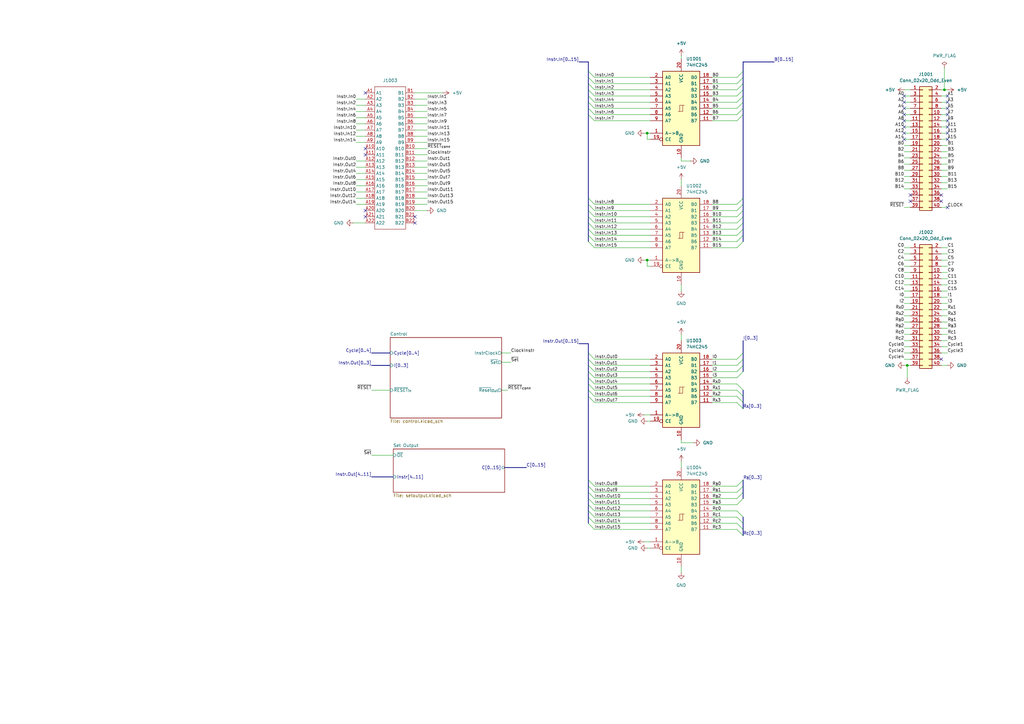
<source format=kicad_sch>
(kicad_sch (version 20231120) (generator "eeschema") (generator_version "8.0")
  (paper "A3")
  (lib_symbols
    (symbol "74xx:74HC245" (pin_names (offset 1.016))
      (property "Reference" "U" (at -7.62 16.51 0))
      (property "Value" "74HC245" (at -7.62 -16.51 0))
      (symbol "74HC245_1_0"
        (polyline (pts (xy -0.635 -1.27) (xy -0.635 1.27) (xy 0.635 1.27)))
        (polyline (pts (xy -1.27 -1.27) (xy 0.635 -1.27) (xy 0.635 1.27) (xy 1.27 1.27)))
        (pin input line (at -12.7 -10.16 0) (length 5.08) (name "A->B") (number "1"))
        (pin power_in line (at 0 -20.32 90) (length 5.08) (name "GND") (number "10"))
        (pin tri_state line (at 12.7 -5.08 180) (length 5.08) (name "B7") (number "11"))
        (pin tri_state line (at 12.7 -2.54 180) (length 5.08) (name "B6") (number "12"))
        (pin tri_state line (at 12.7 0 180) (length 5.08) (name "B5") (number "13"))
        (pin tri_state line (at 12.7 2.54 180) (length 5.08) (name "B4") (number "14"))
        (pin tri_state line (at 12.7 5.08 180) (length 5.08) (name "B3") (number "15"))
        (pin tri_state line (at 12.7 7.62 180) (length 5.08) (name "B2") (number "16"))
        (pin tri_state line (at 12.7 10.16 180) (length 5.08) (name "B1") (number "17"))
        (pin tri_state line (at 12.7 12.7 180) (length 5.08) (name "B0") (number "18"))
        (pin input inverted (at -12.7 -12.7 0) (length 5.08) (name "CE") (number "19"))
        (pin tri_state line (at -12.7 12.7 0) (length 5.08) (name "A0") (number "2"))
        (pin power_in line (at 0 20.32 270) (length 5.08) (name "VCC") (number "20"))
        (pin tri_state line (at -12.7 10.16 0) (length 5.08) (name "A1") (number "3"))
        (pin tri_state line (at -12.7 7.62 0) (length 5.08) (name "A2") (number "4"))
        (pin tri_state line (at -12.7 5.08 0) (length 5.08) (name "A3") (number "5"))
        (pin tri_state line (at -12.7 2.54 0) (length 5.08) (name "A4") (number "6"))
        (pin tri_state line (at -12.7 0 0) (length 5.08) (name "A5") (number "7"))
        (pin tri_state line (at -12.7 -2.54 0) (length 5.08) (name "A6") (number "8"))
        (pin tri_state line (at -12.7 -5.08 0) (length 5.08) (name "A7") (number "9"))
      )
      (symbol "74HC245_1_1"
        (rectangle (start -7.62 15.24) (end 7.62 -15.24) (stroke (width 0.254)) (fill (type background)))
      )
    )
    (symbol "BoardEdgeConnectors:TE-5530843-4"
      (property "Reference" "J" (at -0.254 30.988 0))
      (symbol "TE-5530843-4_0_1"
        (rectangle (start -6.35 29.21) (end 6.35 -29.21))
      )
      (symbol "TE-5530843-4_1_1"
        (pin passive line (at -10.16 26.67 0) (length 3.81) (name "A1") (number "A1"))
        (pin passive line (at -10.16 3.81 0) (length 3.81) (name "A10") (number "A10"))
        (pin passive line (at -10.16 1.27 0) (length 3.81) (name "A11") (number "A11"))
        (pin passive line (at -10.16 -1.27 0) (length 3.81) (name "A12") (number "A12"))
        (pin passive line (at -10.16 -3.81 0) (length 3.81) (name "A13") (number "A13"))
        (pin passive line (at -10.16 -6.35 0) (length 3.81) (name "A14") (number "A14"))
        (pin passive line (at -10.16 -8.89 0) (length 3.81) (name "A15") (number "A15"))
        (pin passive line (at -10.16 -11.43 0) (length 3.81) (name "A16") (number "A16"))
        (pin passive line (at -10.16 -13.97 0) (length 3.81) (name "A17") (number "A17"))
        (pin passive line (at -10.16 -16.51 0) (length 3.81) (name "A18") (number "A18"))
        (pin passive line (at -10.16 -19.05 0) (length 3.81) (name "A19") (number "A19"))
        (pin passive line (at -10.16 24.13 0) (length 3.81) (name "A2") (number "A2"))
        (pin passive line (at -10.16 -21.59 0) (length 3.81) (name "A20") (number "A20"))
        (pin passive line (at -10.16 -24.13 0) (length 3.81) (name "A21") (number "A21"))
        (pin passive line (at -10.16 -26.67 0) (length 3.81) (name "A22") (number "A22"))
        (pin passive line (at -10.16 21.59 0) (length 3.81) (name "A3") (number "A3"))
        (pin passive line (at -10.16 19.05 0) (length 3.81) (name "A4") (number "A4"))
        (pin passive line (at -10.16 16.51 0) (length 3.81) (name "A5") (number "A5"))
        (pin passive line (at -10.16 13.97 0) (length 3.81) (name "A6") (number "A6"))
        (pin passive line (at -10.16 11.43 0) (length 3.81) (name "A7") (number "A7"))
        (pin passive line (at -10.16 8.89 0) (length 3.81) (name "A8") (number "A8"))
        (pin passive line (at -10.16 6.35 0) (length 3.81) (name "A9") (number "A9"))
        (pin passive line (at 10.16 26.67 180) (length 3.81) (name "B1") (number "B1"))
        (pin passive line (at 10.16 3.81 180) (length 3.81) (name "B10") (number "B10"))
        (pin passive line (at 10.16 1.27 180) (length 3.81) (name "B11") (number "B11"))
        (pin passive line (at 10.16 -1.27 180) (length 3.81) (name "B12") (number "B12"))
        (pin passive line (at 10.16 -3.81 180) (length 3.81) (name "B13") (number "B13"))
        (pin passive line (at 10.16 -6.35 180) (length 3.81) (name "B14") (number "B14"))
        (pin passive line (at 10.16 -8.89 180) (length 3.81) (name "B15") (number "B15"))
        (pin passive line (at 10.16 -11.43 180) (length 3.81) (name "B16") (number "B16"))
        (pin passive line (at 10.16 -13.97 180) (length 3.81) (name "B17") (number "B17"))
        (pin passive line (at 10.16 -16.51 180) (length 3.81) (name "B18") (number "B18"))
        (pin passive line (at 10.16 -19.05 180) (length 3.81) (name "B19") (number "B19"))
        (pin passive line (at 10.16 24.13 180) (length 3.81) (name "B2") (number "B2"))
        (pin passive line (at 10.16 -21.59 180) (length 3.81) (name "B20") (number "B20"))
        (pin passive line (at 10.16 -24.13 180) (length 3.81) (name "B21") (number "B21"))
        (pin passive line (at 10.16 -26.67 180) (length 3.81) (name "B22") (number "B22"))
        (pin passive line (at 10.16 21.59 180) (length 3.81) (name "B3") (number "B3"))
        (pin passive line (at 10.16 19.05 180) (length 3.81) (name "B4") (number "B4"))
        (pin passive line (at 10.16 16.51 180) (length 3.81) (name "B5") (number "B5"))
        (pin passive line (at 10.16 13.97 180) (length 3.81) (name "B6") (number "B6"))
        (pin passive line (at 10.16 11.43 180) (length 3.81) (name "B7") (number "B7"))
        (pin passive line (at 10.16 8.89 180) (length 3.81) (name "B8") (number "B8"))
        (pin passive line (at 10.16 6.35 180) (length 3.81) (name "B9") (number "B9"))
      )
    )
    (symbol "Connector_Generic:Conn_02x20_Odd_Even" (pin_names (offset 1.016) hide)
      (property "Reference" "J" (at 1.27 25.4 0))
      (property "Value" "Conn_02x20_Odd_Even" (at 1.27 -27.94 0))
      (symbol "Conn_02x20_Odd_Even_1_1"
        (rectangle (start -1.27 -25.273) (end 0 -25.527) (stroke (width 0.1524)))
        (rectangle (start -1.27 -22.733) (end 0 -22.987) (stroke (width 0.1524)))
        (rectangle (start -1.27 -20.193) (end 0 -20.447) (stroke (width 0.1524)))
        (rectangle (start -1.27 -17.653) (end 0 -17.907) (stroke (width 0.1524)))
        (rectangle (start -1.27 -15.113) (end 0 -15.367) (stroke (width 0.1524)))
        (rectangle (start -1.27 -12.573) (end 0 -12.827) (stroke (width 0.1524)))
        (rectangle (start -1.27 -10.033) (end 0 -10.287) (stroke (width 0.1524)))
        (rectangle (start -1.27 -7.493) (end 0 -7.747) (stroke (width 0.1524)))
        (rectangle (start -1.27 -4.953) (end 0 -5.207) (stroke (width 0.1524)))
        (rectangle (start -1.27 -2.413) (end 0 -2.667) (stroke (width 0.1524)))
        (rectangle (start -1.27 0.127) (end 0 -0.127) (stroke (width 0.1524)))
        (rectangle (start -1.27 2.667) (end 0 2.413) (stroke (width 0.1524)))
        (rectangle (start -1.27 5.207) (end 0 4.953) (stroke (width 0.1524)))
        (rectangle (start -1.27 7.747) (end 0 7.493) (stroke (width 0.1524)))
        (rectangle (start -1.27 10.287) (end 0 10.033) (stroke (width 0.1524)))
        (rectangle (start -1.27 12.827) (end 0 12.573) (stroke (width 0.1524)))
        (rectangle (start -1.27 15.367) (end 0 15.113) (stroke (width 0.1524)))
        (rectangle (start -1.27 17.907) (end 0 17.653) (stroke (width 0.1524)))
        (rectangle (start -1.27 20.447) (end 0 20.193) (stroke (width 0.1524)))
        (rectangle (start -1.27 22.987) (end 0 22.733) (stroke (width 0.1524)))
        (rectangle (start -1.27 24.13) (end 3.81 -26.67) (stroke (width 0.254)) (fill (type background)))
        (rectangle (start 3.81 -25.273) (end 2.54 -25.527) (stroke (width 0.1524)))
        (rectangle (start 3.81 -22.733) (end 2.54 -22.987) (stroke (width 0.1524)))
        (rectangle (start 3.81 -20.193) (end 2.54 -20.447) (stroke (width 0.1524)))
        (rectangle (start 3.81 -17.653) (end 2.54 -17.907) (stroke (width 0.1524)))
        (rectangle (start 3.81 -15.113) (end 2.54 -15.367) (stroke (width 0.1524)))
        (rectangle (start 3.81 -12.573) (end 2.54 -12.827) (stroke (width 0.1524)))
        (rectangle (start 3.81 -10.033) (end 2.54 -10.287) (stroke (width 0.1524)))
        (rectangle (start 3.81 -7.493) (end 2.54 -7.747) (stroke (width 0.1524)))
        (rectangle (start 3.81 -4.953) (end 2.54 -5.207) (stroke (width 0.1524)))
        (rectangle (start 3.81 -2.413) (end 2.54 -2.667) (stroke (width 0.1524)))
        (rectangle (start 3.81 0.127) (end 2.54 -0.127) (stroke (width 0.1524)))
        (rectangle (start 3.81 2.667) (end 2.54 2.413) (stroke (width 0.1524)))
        (rectangle (start 3.81 5.207) (end 2.54 4.953) (stroke (width 0.1524)))
        (rectangle (start 3.81 7.747) (end 2.54 7.493) (stroke (width 0.1524)))
        (rectangle (start 3.81 10.287) (end 2.54 10.033) (stroke (width 0.1524)))
        (rectangle (start 3.81 12.827) (end 2.54 12.573) (stroke (width 0.1524)))
        (rectangle (start 3.81 15.367) (end 2.54 15.113) (stroke (width 0.1524)))
        (rectangle (start 3.81 17.907) (end 2.54 17.653) (stroke (width 0.1524)))
        (rectangle (start 3.81 20.447) (end 2.54 20.193) (stroke (width 0.1524)))
        (rectangle (start 3.81 22.987) (end 2.54 22.733) (stroke (width 0.1524)))
        (pin passive line (at -5.08 22.86 0) (length 3.81) (name "Pin_1") (number "1"))
        (pin passive line (at 7.62 12.7 180) (length 3.81) (name "Pin_10") (number "10"))
        (pin passive line (at -5.08 10.16 0) (length 3.81) (name "Pin_11") (number "11"))
        (pin passive line (at 7.62 10.16 180) (length 3.81) (name "Pin_12") (number "12"))
        (pin passive line (at -5.08 7.62 0) (length 3.81) (name "Pin_13") (number "13"))
        (pin passive line (at 7.62 7.62 180) (length 3.81) (name "Pin_14") (number "14"))
        (pin passive line (at -5.08 5.08 0) (length 3.81) (name "Pin_15") (number "15"))
        (pin passive line (at 7.62 5.08 180) (length 3.81) (name "Pin_16") (number "16"))
        (pin passive line (at -5.08 2.54 0) (length 3.81) (name "Pin_17") (number "17"))
        (pin passive line (at 7.62 2.54 180) (length 3.81) (name "Pin_18") (number "18"))
        (pin passive line (at -5.08 0 0) (length 3.81) (name "Pin_19") (number "19"))
        (pin passive line (at 7.62 22.86 180) (length 3.81) (name "Pin_2") (number "2"))
        (pin passive line (at 7.62 0 180) (length 3.81) (name "Pin_20") (number "20"))
        (pin passive line (at -5.08 -2.54 0) (length 3.81) (name "Pin_21") (number "21"))
        (pin passive line (at 7.62 -2.54 180) (length 3.81) (name "Pin_22") (number "22"))
        (pin passive line (at -5.08 -5.08 0) (length 3.81) (name "Pin_23") (number "23"))
        (pin passive line (at 7.62 -5.08 180) (length 3.81) (name "Pin_24") (number "24"))
        (pin passive line (at -5.08 -7.62 0) (length 3.81) (name "Pin_25") (number "25"))
        (pin passive line (at 7.62 -7.62 180) (length 3.81) (name "Pin_26") (number "26"))
        (pin passive line (at -5.08 -10.16 0) (length 3.81) (name "Pin_27") (number "27"))
        (pin passive line (at 7.62 -10.16 180) (length 3.81) (name "Pin_28") (number "28"))
        (pin passive line (at -5.08 -12.7 0) (length 3.81) (name "Pin_29") (number "29"))
        (pin passive line (at -5.08 20.32 0) (length 3.81) (name "Pin_3") (number "3"))
        (pin passive line (at 7.62 -12.7 180) (length 3.81) (name "Pin_30") (number "30"))
        (pin passive line (at -5.08 -15.24 0) (length 3.81) (name "Pin_31") (number "31"))
        (pin passive line (at 7.62 -15.24 180) (length 3.81) (name "Pin_32") (number "32"))
        (pin passive line (at -5.08 -17.78 0) (length 3.81) (name "Pin_33") (number "33"))
        (pin passive line (at 7.62 -17.78 180) (length 3.81) (name "Pin_34") (number "34"))
        (pin passive line (at -5.08 -20.32 0) (length 3.81) (name "Pin_35") (number "35"))
        (pin passive line (at 7.62 -20.32 180) (length 3.81) (name "Pin_36") (number "36"))
        (pin passive line (at -5.08 -22.86 0) (length 3.81) (name "Pin_37") (number "37"))
        (pin passive line (at 7.62 -22.86 180) (length 3.81) (name "Pin_38") (number "38"))
        (pin passive line (at -5.08 -25.4 0) (length 3.81) (name "Pin_39") (number "39"))
        (pin passive line (at 7.62 20.32 180) (length 3.81) (name "Pin_4") (number "4"))
        (pin passive line (at 7.62 -25.4 180) (length 3.81) (name "Pin_40") (number "40"))
        (pin passive line (at -5.08 17.78 0) (length 3.81) (name "Pin_5") (number "5"))
        (pin passive line (at 7.62 17.78 180) (length 3.81) (name "Pin_6") (number "6"))
        (pin passive line (at -5.08 15.24 0) (length 3.81) (name "Pin_7") (number "7"))
        (pin passive line (at 7.62 15.24 180) (length 3.81) (name "Pin_8") (number "8"))
        (pin passive line (at -5.08 12.7 0) (length 3.81) (name "Pin_9") (number "9"))
      )
    )
    (symbol "power:+5V" (power) (pin_numbers hide) (pin_names (offset 0) hide)
      (property "Value" "+5V" (at 0 3.556 0))
      (symbol "+5V_0_1"
        (polyline (pts (xy -0.762 1.27) (xy 0 2.54)))
        (polyline (pts (xy 0 0) (xy 0 2.54)))
        (polyline (pts (xy 0 2.54) (xy 0.762 1.27)))
      )
      (symbol "+5V_1_1"
        (pin power_in line (at 0 0 90) (length 0) (name "~") (number "1"))
      )
    )
    (symbol "power:GND" (power) (pin_numbers hide) (pin_names (offset 0) hide)
      (property "Value" "GND" (at 0 -3.81 0))
      (symbol "GND_0_1"
        (polyline (pts (xy 0 0) (xy 0 -1.27) (xy 1.27 -1.27) (xy 0 -2.54) (xy -1.27 -1.27) (xy 0 -1.27)))
      )
      (symbol "GND_1_1"
        (pin power_in line (at 0 0 270) (length 0) (name "~") (number "1"))
      )
    )
    (symbol "power:PWR_FLAG" (power) (pin_numbers hide) (pin_names (offset 0) hide)
      (property "Value" "PWR_FLAG" (at 0 3.81 0))
      (symbol "PWR_FLAG_0_0"
        (pin power_out line (at 0 0 90) (length 0) (name "~") (number "1"))
      )
      (symbol "PWR_FLAG_0_1"
        (polyline (pts (xy 0 0) (xy 0 1.27) (xy -1.016 1.905) (xy 0 2.54) (xy 1.016 1.905) (xy 0 1.27)))
      )
    )
  )
  (junction (at 372.11 149.86))
  (junction (at 387.35 36.83))
  (junction (at 265.43 106.68))
  (junction (at 265.43 54.61))
  (no_connect (at 388.62 41.91))
  (no_connect (at 388.62 49.53))
  (no_connect (at 370.84 54.61))
  (no_connect (at 373.38 82.55))
  (no_connect (at 170.18 91.44))
  (no_connect (at 149.86 88.9))
  (no_connect (at 388.62 54.61))
  (no_connect (at 370.84 49.53))
  (no_connect (at 370.84 46.99))
  (no_connect (at 388.62 52.07))
  (no_connect (at 370.84 39.37))
  (no_connect (at 388.62 46.99))
  (no_connect (at 373.38 80.01))
  (no_connect (at 388.62 44.45))
  (no_connect (at 370.84 57.15))
  (no_connect (at 149.86 38.1))
  (no_connect (at 370.84 41.91))
  (no_connect (at 170.18 88.9))
  (no_connect (at 386.08 147.32))
  (no_connect (at 149.86 86.36))
  (no_connect (at 370.84 44.45))
  (no_connect (at 386.08 80.01))
  (no_connect (at 388.62 57.15))
  (no_connect (at 370.84 52.07))
  (no_connect (at 149.86 60.96))
  (no_connect (at 388.62 39.37))
  (no_connect (at 149.86 63.5))
  (no_connect (at 386.08 82.55))
  (no_connect (at 388.62 85.09))
  (bus_entry (at 304.8 81.28) (size -2.54 2.54))
  (bus_entry (at 241.3 99.06) (size 2.54 2.54))
  (bus_entry (at 241.3 154.94) (size 2.54 2.54))
  (bus_entry (at 241.3 207.01) (size 2.54 2.54))
  (bus_entry (at 241.3 144.78) (size 2.54 2.54))
  (bus_entry (at 304.8 91.44) (size -2.54 2.54))
  (bus_entry (at 241.3 81.28) (size 2.54 2.54))
  (bus_entry (at 241.3 147.32) (size 2.54 2.54))
  (bus_entry (at 304.8 46.99) (size -2.54 2.54))
  (bus_entry (at 241.3 83.82) (size 2.54 2.54))
  (bus_entry (at 304.8 196.85) (size -2.54 2.54))
  (bus_entry (at 304.8 88.9) (size -2.54 2.54))
  (bus_entry (at 304.8 162.56) (size -2.54 -2.54))
  (bus_entry (at 304.8 83.82) (size -2.54 2.54))
  (bus_entry (at 304.8 29.21) (size -2.54 2.54))
  (bus_entry (at 304.8 96.52) (size -2.54 2.54))
  (bus_entry (at 241.3 29.21) (size 2.54 2.54))
  (bus_entry (at 241.3 93.98) (size 2.54 2.54))
  (bus_entry (at 241.3 196.85) (size 2.54 2.54))
  (bus_entry (at 241.3 209.55) (size 2.54 2.54))
  (bus_entry (at 241.3 149.86) (size 2.54 2.54))
  (bus_entry (at 304.8 99.06) (size -2.54 2.54))
  (bus_entry (at 304.8 36.83) (size -2.54 2.54))
  (bus_entry (at 241.3 152.4) (size 2.54 2.54))
  (bus_entry (at 304.8 86.36) (size -2.54 2.54))
  (bus_entry (at 304.8 219.71) (size -2.54 -2.54))
  (bus_entry (at 304.8 212.09) (size -2.54 -2.54))
  (bus_entry (at 241.3 44.45) (size 2.54 2.54))
  (bus_entry (at 304.8 199.39) (size -2.54 2.54))
  (bus_entry (at 304.8 167.64) (size -2.54 -2.54))
  (bus_entry (at 241.3 160.02) (size 2.54 2.54))
  (bus_entry (at 241.3 36.83) (size 2.54 2.54))
  (bus_entry (at 241.3 34.29) (size 2.54 2.54))
  (bus_entry (at 241.3 201.93) (size 2.54 2.54))
  (bus_entry (at 241.3 91.44) (size 2.54 2.54))
  (bus_entry (at 304.8 44.45) (size -2.54 2.54))
  (bus_entry (at 304.8 214.63) (size -2.54 -2.54))
  (bus_entry (at 241.3 39.37) (size 2.54 2.54))
  (bus_entry (at 241.3 214.63) (size 2.54 2.54))
  (bus_entry (at 304.8 31.75) (size -2.54 2.54))
  (bus_entry (at 304.8 204.47) (size -2.54 2.54))
  (bus_entry (at 304.8 34.29) (size -2.54 2.54))
  (bus_entry (at 241.3 199.39) (size 2.54 2.54))
  (bus_entry (at 304.8 39.37) (size -2.54 2.54))
  (bus_entry (at 304.8 41.91) (size -2.54 2.54))
  (bus_entry (at 304.8 149.86) (size -2.54 2.54))
  (bus_entry (at 241.3 46.99) (size 2.54 2.54))
  (bus_entry (at 304.8 152.4) (size -2.54 2.54))
  (bus_entry (at 304.8 147.32) (size -2.54 2.54))
  (bus_entry (at 304.8 144.78) (size -2.54 2.54))
  (bus_entry (at 304.8 93.98) (size -2.54 2.54))
  (bus_entry (at 241.3 86.36) (size 2.54 2.54))
  (bus_entry (at 304.8 160.02) (size -2.54 -2.54))
  (bus_entry (at 241.3 204.47) (size 2.54 2.54))
  (bus_entry (at 241.3 162.56) (size 2.54 2.54))
  (bus_entry (at 304.8 217.17) (size -2.54 -2.54))
  (bus_entry (at 304.8 165.1) (size -2.54 -2.54))
  (bus_entry (at 241.3 157.48) (size 2.54 2.54))
  (bus_entry (at 241.3 212.09) (size 2.54 2.54))
  (bus_entry (at 241.3 41.91) (size 2.54 2.54))
  (bus_entry (at 241.3 96.52) (size 2.54 2.54))
  (bus_entry (at 241.3 88.9) (size 2.54 2.54))
  (bus_entry (at 304.8 201.93) (size -2.54 2.54))
  (bus_entry (at 241.3 31.75) (size 2.54 2.54))
  (wire (pts (xy 370.84 85.09) (xy 373.38 85.09)))
  (wire (pts (xy 370.84 144.78) (xy 373.38 144.78)))
  (wire (pts (xy 265.43 57.15) (xy 265.43 54.61)))
  (wire (pts (xy 292.1 46.99) (xy 302.26 46.99)))
  (wire (pts (xy 146.05 71.12) (xy 149.86 71.12)))
  (bus (pts (xy 304.8 81.28) (xy 304.8 83.82)))
  (bus (pts (xy 304.8 214.63) (xy 304.8 217.17)))
  (wire (pts (xy 266.7 224.79) (xy 265.43 224.79)))
  (wire (pts (xy 243.84 212.09) (xy 266.7 212.09)))
  (bus (pts (xy 304.8 96.52) (xy 304.8 99.06)))
  (wire (pts (xy 265.43 54.61) (xy 266.7 54.61)))
  (bus (pts (xy 304.8 149.86) (xy 304.8 152.4)))
  (wire (pts (xy 292.1 83.82) (xy 302.26 83.82)))
  (wire (pts (xy 386.08 62.23) (xy 388.62 62.23)))
  (wire (pts (xy 386.08 57.15) (xy 388.62 57.15)))
  (wire (pts (xy 386.08 116.84) (xy 388.62 116.84)))
  (bus (pts (xy 241.3 212.09) (xy 241.3 214.63)))
  (bus (pts (xy 241.3 93.98) (xy 241.3 96.52)))
  (wire (pts (xy 243.84 207.01) (xy 266.7 207.01)))
  (wire (pts (xy 243.84 83.82) (xy 266.7 83.82)))
  (bus (pts (xy 237.49 140.97) (xy 241.3 140.97)))
  (wire (pts (xy 205.74 144.78) (xy 209.55 144.78)))
  (bus (pts (xy 241.3 83.82) (xy 241.3 86.36)))
  (wire (pts (xy 292.1 204.47) (xy 302.26 204.47)))
  (wire (pts (xy 372.11 149.86) (xy 372.11 154.94)))
  (wire (pts (xy 243.84 160.02) (xy 266.7 160.02)))
  (bus (pts (xy 241.3 209.55) (xy 241.3 212.09)))
  (wire (pts (xy 386.08 74.93) (xy 388.62 74.93)))
  (wire (pts (xy 292.1 209.55) (xy 302.26 209.55)))
  (bus (pts (xy 304.8 25.4) (xy 304.8 29.21)))
  (wire (pts (xy 292.1 199.39) (xy 302.26 199.39)))
  (wire (pts (xy 370.84 49.53) (xy 373.38 49.53)))
  (wire (pts (xy 292.1 217.17) (xy 302.26 217.17)))
  (wire (pts (xy 243.84 204.47) (xy 266.7 204.47)))
  (wire (pts (xy 243.84 99.06) (xy 266.7 99.06)))
  (wire (pts (xy 243.84 34.29) (xy 266.7 34.29)))
  (wire (pts (xy 386.08 142.24) (xy 388.62 142.24)))
  (wire (pts (xy 170.18 45.72) (xy 175.26 45.72)))
  (wire (pts (xy 292.1 214.63) (xy 302.26 214.63)))
  (bus (pts (xy 241.3 199.39) (xy 241.3 201.93)))
  (wire (pts (xy 292.1 34.29) (xy 302.26 34.29)))
  (wire (pts (xy 170.18 48.26) (xy 175.26 48.26)))
  (wire (pts (xy 292.1 149.86) (xy 302.26 149.86)))
  (wire (pts (xy 387.35 27.94) (xy 387.35 36.83)))
  (wire (pts (xy 370.84 119.38) (xy 373.38 119.38)))
  (wire (pts (xy 292.1 152.4) (xy 302.26 152.4)))
  (bus (pts (xy 241.3 86.36) (xy 241.3 88.9)))
  (wire (pts (xy 370.84 41.91) (xy 373.38 41.91)))
  (bus (pts (xy 237.49 25.4) (xy 241.3 25.4)))
  (wire (pts (xy 370.84 114.3) (xy 373.38 114.3)))
  (wire (pts (xy 243.84 44.45) (xy 266.7 44.45)))
  (wire (pts (xy 279.4 181.61) (xy 279.4 180.34)))
  (bus (pts (xy 304.8 201.93) (xy 304.8 204.47)))
  (bus (pts (xy 304.8 39.37) (xy 304.8 41.91)))
  (wire (pts (xy 279.4 232.41) (xy 279.4 234.95)))
  (bus (pts (xy 152.4 144.78) (xy 160.02 144.78)))
  (wire (pts (xy 370.84 142.24) (xy 373.38 142.24)))
  (wire (pts (xy 386.08 41.91) (xy 388.62 41.91)))
  (bus (pts (xy 304.8 147.32) (xy 304.8 149.86)))
  (bus (pts (xy 241.3 147.32) (xy 241.3 149.86)))
  (wire (pts (xy 266.7 57.15) (xy 265.43 57.15)))
  (wire (pts (xy 387.35 36.83) (xy 388.62 36.83)))
  (wire (pts (xy 170.18 81.28) (xy 175.26 81.28)))
  (wire (pts (xy 243.84 165.1) (xy 266.7 165.1)))
  (wire (pts (xy 370.84 137.16) (xy 373.38 137.16)))
  (wire (pts (xy 386.08 111.76) (xy 388.62 111.76)))
  (bus (pts (xy 241.3 162.56) (xy 241.3 196.85)))
  (wire (pts (xy 370.84 36.83) (xy 373.38 36.83)))
  (bus (pts (xy 304.8 144.78) (xy 304.8 147.32)))
  (wire (pts (xy 279.4 137.16) (xy 279.4 139.7)))
  (wire (pts (xy 370.84 52.07) (xy 373.38 52.07)))
  (wire (pts (xy 370.84 139.7) (xy 373.38 139.7)))
  (bus (pts (xy 304.8 217.17) (xy 304.8 219.71)))
  (wire (pts (xy 386.08 59.69) (xy 388.62 59.69)))
  (wire (pts (xy 279.4 66.04) (xy 279.4 64.77)))
  (bus (pts (xy 241.3 31.75) (xy 241.3 34.29)))
  (wire (pts (xy 292.1 96.52) (xy 302.26 96.52)))
  (bus (pts (xy 241.3 152.4) (xy 241.3 154.94)))
  (wire (pts (xy 386.08 67.31) (xy 388.62 67.31)))
  (wire (pts (xy 243.84 96.52) (xy 266.7 96.52)))
  (wire (pts (xy 386.08 52.07) (xy 388.62 52.07)))
  (wire (pts (xy 292.1 36.83) (xy 302.26 36.83)))
  (bus (pts (xy 241.3 36.83) (xy 241.3 39.37)))
  (wire (pts (xy 170.18 38.1) (xy 181.61 38.1)))
  (wire (pts (xy 243.84 199.39) (xy 266.7 199.39)))
  (wire (pts (xy 292.1 162.56) (xy 302.26 162.56)))
  (bus (pts (xy 241.3 160.02) (xy 241.3 162.56)))
  (bus (pts (xy 241.3 41.91) (xy 241.3 44.45)))
  (wire (pts (xy 292.1 41.91) (xy 302.26 41.91)))
  (bus (pts (xy 304.8 29.21) (xy 304.8 31.75)))
  (wire (pts (xy 146.05 43.18) (xy 149.86 43.18)))
  (wire (pts (xy 386.08 72.39) (xy 388.62 72.39)))
  (wire (pts (xy 386.08 104.14) (xy 388.62 104.14)))
  (wire (pts (xy 146.05 78.74) (xy 149.86 78.74)))
  (wire (pts (xy 386.08 54.61) (xy 388.62 54.61)))
  (bus (pts (xy 152.4 149.86) (xy 160.02 149.86)))
  (wire (pts (xy 386.08 36.83) (xy 387.35 36.83)))
  (wire (pts (xy 370.84 44.45) (xy 373.38 44.45)))
  (wire (pts (xy 292.1 88.9) (xy 302.26 88.9)))
  (wire (pts (xy 266.7 172.72) (xy 265.43 172.72)))
  (bus (pts (xy 241.3 44.45) (xy 241.3 46.99)))
  (wire (pts (xy 386.08 132.08) (xy 388.62 132.08)))
  (wire (pts (xy 146.05 48.26) (xy 149.86 48.26)))
  (bus (pts (xy 317.5 25.4) (xy 304.8 25.4)))
  (wire (pts (xy 170.18 55.88) (xy 175.26 55.88)))
  (bus (pts (xy 304.8 139.7) (xy 304.8 144.78)))
  (wire (pts (xy 370.84 132.08) (xy 373.38 132.08)))
  (bus (pts (xy 241.3 46.99) (xy 241.3 81.28)))
  (wire (pts (xy 292.1 101.6) (xy 302.26 101.6)))
  (wire (pts (xy 170.18 86.36) (xy 175.26 86.36)))
  (wire (pts (xy 386.08 127) (xy 388.62 127)))
  (wire (pts (xy 146.05 40.64) (xy 149.86 40.64)))
  (wire (pts (xy 243.84 152.4) (xy 266.7 152.4)))
  (wire (pts (xy 370.84 134.62) (xy 373.38 134.62)))
  (wire (pts (xy 243.84 157.48) (xy 266.7 157.48)))
  (wire (pts (xy 370.84 124.46) (xy 373.38 124.46)))
  (bus (pts (xy 241.3 29.21) (xy 241.3 31.75)))
  (wire (pts (xy 243.84 217.17) (xy 266.7 217.17)))
  (wire (pts (xy 292.1 154.94) (xy 302.26 154.94)))
  (wire (pts (xy 146.05 58.42) (xy 149.86 58.42)))
  (wire (pts (xy 292.1 147.32) (xy 302.26 147.32)))
  (wire (pts (xy 386.08 69.85) (xy 388.62 69.85)))
  (bus (pts (xy 304.8 162.56) (xy 304.8 165.1)))
  (bus (pts (xy 241.3 140.97) (xy 241.3 144.78)))
  (bus (pts (xy 304.8 86.36) (xy 304.8 88.9)))
  (wire (pts (xy 386.08 49.53) (xy 388.62 49.53)))
  (wire (pts (xy 146.05 55.88) (xy 149.86 55.88)))
  (bus (pts (xy 241.3 157.48) (xy 241.3 160.02)))
  (wire (pts (xy 170.18 83.82) (xy 175.26 83.82)))
  (wire (pts (xy 152.4 186.69) (xy 161.29 186.69)))
  (wire (pts (xy 146.05 68.58) (xy 149.86 68.58)))
  (wire (pts (xy 146.05 53.34) (xy 149.86 53.34)))
  (bus (pts (xy 241.3 154.94) (xy 241.3 157.48)))
  (wire (pts (xy 386.08 46.99) (xy 388.62 46.99)))
  (bus (pts (xy 207.01 191.77) (xy 215.9 191.77)))
  (bus (pts (xy 304.8 83.82) (xy 304.8 86.36)))
  (wire (pts (xy 292.1 207.01) (xy 302.26 207.01)))
  (wire (pts (xy 292.1 86.36) (xy 302.26 86.36)))
  (bus (pts (xy 304.8 160.02) (xy 304.8 162.56)))
  (wire (pts (xy 146.05 50.8) (xy 149.86 50.8)))
  (wire (pts (xy 370.84 57.15) (xy 373.38 57.15)))
  (wire (pts (xy 386.08 121.92) (xy 388.62 121.92)))
  (wire (pts (xy 386.08 39.37) (xy 388.62 39.37)))
  (wire (pts (xy 292.1 49.53) (xy 302.26 49.53)))
  (wire (pts (xy 292.1 212.09) (xy 302.26 212.09)))
  (wire (pts (xy 243.84 147.32) (xy 266.7 147.32)))
  (wire (pts (xy 386.08 114.3) (xy 388.62 114.3)))
  (bus (pts (xy 241.3 81.28) (xy 241.3 83.82)))
  (wire (pts (xy 292.1 44.45) (xy 302.26 44.45)))
  (wire (pts (xy 386.08 85.09) (xy 388.62 85.09)))
  (wire (pts (xy 152.4 160.02) (xy 160.02 160.02)))
  (wire (pts (xy 386.08 134.62) (xy 388.62 134.62)))
  (wire (pts (xy 292.1 39.37) (xy 302.26 39.37)))
  (wire (pts (xy 243.84 154.94) (xy 266.7 154.94)))
  (wire (pts (xy 370.84 74.93) (xy 373.38 74.93)))
  (wire (pts (xy 283.21 66.04) (xy 279.4 66.04)))
  (wire (pts (xy 170.18 58.42) (xy 175.26 58.42)))
  (wire (pts (xy 370.84 54.61) (xy 373.38 54.61)))
  (wire (pts (xy 243.84 209.55) (xy 266.7 209.55)))
  (wire (pts (xy 170.18 50.8) (xy 175.26 50.8)))
  (bus (pts (xy 241.3 34.29) (xy 241.3 36.83)))
  (bus (pts (xy 241.3 207.01) (xy 241.3 209.55)))
  (wire (pts (xy 386.08 101.6) (xy 388.62 101.6)))
  (wire (pts (xy 243.84 88.9) (xy 266.7 88.9)))
  (wire (pts (xy 243.84 93.98) (xy 266.7 93.98)))
  (wire (pts (xy 144.78 91.44) (xy 149.86 91.44)))
  (wire (pts (xy 146.05 73.66) (xy 149.86 73.66)))
  (bus (pts (xy 304.8 93.98) (xy 304.8 96.52)))
  (wire (pts (xy 170.18 63.5) (xy 175.26 63.5)))
  (wire (pts (xy 170.18 68.58) (xy 175.26 68.58)))
  (wire (pts (xy 243.84 49.53) (xy 266.7 49.53)))
  (wire (pts (xy 264.16 222.25) (xy 266.7 222.25)))
  (wire (pts (xy 370.84 149.86) (xy 372.11 149.86)))
  (bus (pts (xy 241.3 144.78) (xy 241.3 147.32)))
  (wire (pts (xy 243.84 31.75) (xy 266.7 31.75)))
  (wire (pts (xy 370.84 106.68) (xy 373.38 106.68)))
  (wire (pts (xy 370.84 111.76) (xy 373.38 111.76)))
  (wire (pts (xy 370.84 46.99) (xy 373.38 46.99)))
  (wire (pts (xy 292.1 165.1) (xy 302.26 165.1)))
  (wire (pts (xy 243.84 86.36) (xy 266.7 86.36)))
  (wire (pts (xy 279.4 22.86) (xy 279.4 24.13)))
  (wire (pts (xy 370.84 104.14) (xy 373.38 104.14)))
  (wire (pts (xy 372.11 149.86) (xy 373.38 149.86)))
  (wire (pts (xy 386.08 137.16) (xy 388.62 137.16)))
  (bus (pts (xy 304.8 88.9) (xy 304.8 91.44)))
  (wire (pts (xy 243.84 149.86) (xy 266.7 149.86)))
  (wire (pts (xy 170.18 66.04) (xy 175.26 66.04)))
  (wire (pts (xy 146.05 81.28) (xy 149.86 81.28)))
  (wire (pts (xy 386.08 124.46) (xy 388.62 124.46)))
  (bus (pts (xy 241.3 88.9) (xy 241.3 91.44)))
  (wire (pts (xy 386.08 64.77) (xy 388.62 64.77)))
  (wire (pts (xy 370.84 39.37) (xy 373.38 39.37)))
  (wire (pts (xy 170.18 60.96) (xy 175.26 60.96)))
  (wire (pts (xy 170.18 53.34) (xy 175.26 53.34)))
  (bus (pts (xy 304.8 46.99) (xy 304.8 81.28)))
  (wire (pts (xy 370.84 67.31) (xy 373.38 67.31)))
  (wire (pts (xy 243.84 214.63) (xy 266.7 214.63)))
  (wire (pts (xy 243.84 46.99) (xy 266.7 46.99)))
  (wire (pts (xy 386.08 149.86) (xy 388.62 149.86)))
  (wire (pts (xy 386.08 139.7) (xy 388.62 139.7)))
  (bus (pts (xy 304.8 199.39) (xy 304.8 201.93)))
  (wire (pts (xy 370.84 72.39) (xy 373.38 72.39)))
  (wire (pts (xy 170.18 43.18) (xy 175.26 43.18)))
  (wire (pts (xy 243.84 36.83) (xy 266.7 36.83)))
  (wire (pts (xy 292.1 91.44) (xy 302.26 91.44)))
  (wire (pts (xy 243.84 39.37) (xy 266.7 39.37)))
  (wire (pts (xy 170.18 40.64) (xy 175.26 40.64)))
  (wire (pts (xy 370.84 69.85) (xy 373.38 69.85)))
  (bus (pts (xy 304.8 165.1) (xy 304.8 167.64)))
  (wire (pts (xy 386.08 144.78) (xy 388.62 144.78)))
  (wire (pts (xy 170.18 78.74) (xy 175.26 78.74)))
  (wire (pts (xy 146.05 76.2) (xy 149.86 76.2)))
  (wire (pts (xy 243.84 91.44) (xy 266.7 91.44)))
  (wire (pts (xy 370.84 77.47) (xy 373.38 77.47)))
  (bus (pts (xy 304.8 91.44) (xy 304.8 93.98)))
  (wire (pts (xy 264.16 170.18) (xy 266.7 170.18)))
  (wire (pts (xy 243.84 101.6) (xy 266.7 101.6)))
  (wire (pts (xy 170.18 71.12) (xy 175.26 71.12)))
  (wire (pts (xy 292.1 201.93) (xy 302.26 201.93)))
  (wire (pts (xy 370.84 121.92) (xy 373.38 121.92)))
  (wire (pts (xy 146.05 66.04) (xy 149.86 66.04)))
  (bus (pts (xy 304.8 36.83) (xy 304.8 39.37)))
  (bus (pts (xy 241.3 25.4) (xy 241.3 29.21)))
  (bus (pts (xy 304.8 34.29) (xy 304.8 36.83)))
  (wire (pts (xy 264.16 106.68) (xy 265.43 106.68)))
  (wire (pts (xy 370.84 101.6) (xy 373.38 101.6)))
  (bus (pts (xy 241.3 196.85) (xy 241.3 199.39)))
  (wire (pts (xy 205.74 160.02) (xy 208.28 160.02)))
  (wire (pts (xy 170.18 76.2) (xy 175.26 76.2)))
  (wire (pts (xy 264.16 54.61) (xy 265.43 54.61)))
  (wire (pts (xy 284.48 181.61) (xy 279.4 181.61)))
  (wire (pts (xy 370.84 127) (xy 373.38 127)))
  (wire (pts (xy 243.84 41.91) (xy 266.7 41.91)))
  (bus (pts (xy 304.8 31.75) (xy 304.8 34.29)))
  (wire (pts (xy 243.84 201.93) (xy 266.7 201.93)))
  (wire (pts (xy 386.08 106.68) (xy 388.62 106.68)))
  (wire (pts (xy 292.1 93.98) (xy 302.26 93.98)))
  (wire (pts (xy 292.1 160.02) (xy 302.26 160.02)))
  (wire (pts (xy 370.84 147.32) (xy 373.38 147.32)))
  (bus (pts (xy 152.4 195.58) (xy 161.29 195.58)))
  (wire (pts (xy 386.08 109.22) (xy 388.62 109.22)))
  (wire (pts (xy 146.05 45.72) (xy 149.86 45.72)))
  (wire (pts (xy 292.1 157.48) (xy 302.26 157.48)))
  (wire (pts (xy 386.08 44.45) (xy 388.62 44.45)))
  (wire (pts (xy 386.08 129.54) (xy 388.62 129.54)))
  (wire (pts (xy 370.84 109.22) (xy 373.38 109.22)))
  (bus (pts (xy 241.3 91.44) (xy 241.3 93.98)))
  (wire (pts (xy 370.84 116.84) (xy 373.38 116.84)))
  (wire (pts (xy 265.43 109.22) (xy 266.7 109.22)))
  (bus (pts (xy 304.8 44.45) (xy 304.8 46.99)))
  (wire (pts (xy 279.4 189.23) (xy 279.4 191.77)))
  (wire (pts (xy 370.84 59.69) (xy 373.38 59.69)))
  (bus (pts (xy 241.3 204.47) (xy 241.3 207.01)))
  (wire (pts (xy 265.43 109.22) (xy 265.43 106.68)))
  (wire (pts (xy 370.84 129.54) (xy 373.38 129.54)))
  (wire (pts (xy 370.84 62.23) (xy 373.38 62.23)))
  (wire (pts (xy 146.05 83.82) (xy 149.86 83.82)))
  (wire (pts (xy 386.08 77.47) (xy 388.62 77.47)))
  (wire (pts (xy 243.84 162.56) (xy 266.7 162.56)))
  (bus (pts (xy 304.8 41.91) (xy 304.8 44.45)))
  (wire (pts (xy 205.74 148.59) (xy 209.55 148.59)))
  (wire (pts (xy 292.1 31.75) (xy 302.26 31.75)))
  (wire (pts (xy 292.1 99.06) (xy 302.26 99.06)))
  (bus (pts (xy 241.3 201.93) (xy 241.3 204.47)))
  (wire (pts (xy 386.08 119.38) (xy 388.62 119.38)))
  (bus (pts (xy 304.8 212.09) (xy 304.8 214.63)))
  (wire (pts (xy 170.18 73.66) (xy 175.26 73.66)))
  (wire (pts (xy 279.4 73.66) (xy 279.4 76.2)))
  (wire (pts (xy 279.4 116.84) (xy 279.4 119.38)))
  (bus (pts (xy 241.3 39.37) (xy 241.3 41.91)))
  (wire (pts (xy 265.43 106.68) (xy 266.7 106.68)))
  (bus (pts (xy 304.8 196.85) (xy 304.8 199.39)))
  (bus (pts (xy 241.3 96.52) (xy 241.3 99.06)))
  (bus (pts (xy 241.3 149.86) (xy 241.3 152.4)))
  (wire (pts (xy 370.84 64.77) (xy 373.38 64.77)))
  (label "Instr.Out8" (at 243.84 199.39 0))
  (label "Cycle1" (at 388.62 142.24 0))
  (label "B9" (at 292.1 86.36 0))
  (label "B5" (at 292.1 44.45 0))
  (label "B0" (at 292.1 31.75 0))
  (label "B6" (at 370.84 67.31 180))
  (label "A3" (at 388.62 41.91 0))
  (label "Instr.In7" (at 243.84 49.53 0))
  (label "R_{A}2" (at 370.84 129.54 180))
  (label "Instr.Out1" (at 243.84 149.86 0))
  (label "Cycle3" (at 388.62 144.78 0))
  (label "R_{C}1" (at 388.62 137.16 0))
  (label "B10" (at 292.1 88.9 0))
  (label "Instr.Out10" (at 243.84 204.47 0))
  (label "A5" (at 388.62 44.45 0))
  (label "Instr.Out6" (at 146.05 73.66 180))
  (label "B1" (at 292.1 34.29 0))
  (label "A6" (at 370.84 46.99 180))
  (label "R_{A}3" (at 292.1 165.1 0))
  (label "R_{B}3" (at 388.62 134.62 0))
  (label "Instr.Out14" (at 243.84 214.63 0))
  (label "B3" (at 388.62 62.23 0))
  (label "Instr.Out[0..3]" (at 152.4 149.86 180))
  (label "Instr.Out15" (at 243.84 217.17 0))
  (label "R_{C}3" (at 292.1 217.17 0))
  (label "R_{A}3" (at 388.62 129.54 0))
  (label "Instr.In15" (at 243.84 101.6 0))
  (label "Instr.In9" (at 175.26 50.8 0))
  (label "B8" (at 292.1 83.82 0))
  (label "Instr.In0" (at 243.84 31.75 0))
  (label "R_{A}0" (at 370.84 127 180))
  (label "Instr.In15" (at 175.26 58.42 0))
  (label "B2" (at 370.84 62.23 180))
  (label "~{Set}" (at 152.4 186.69 180))
  (label "Instr.Out[4..11]" (at 152.4 195.58 180))
  (label "Instr.In14" (at 146.05 58.42 180))
  (label "B13" (at 292.1 96.52 0))
  (label "Instr.In2" (at 243.84 36.83 0))
  (label "B12" (at 370.84 74.93 180))
  (label "C[0..15]" (at 215.9 191.77 0))
  (label "C11" (at 388.62 114.3 0))
  (label "A12" (at 370.84 54.61 180))
  (label "Instr.Out5" (at 175.26 71.12 0))
  (label "C9" (at 388.62 111.76 0))
  (label "B5" (at 388.62 64.77 0))
  (label "Instr.Out12" (at 146.05 81.28 180))
  (label "Instr.In6" (at 243.84 46.99 0))
  (label "B11" (at 388.62 72.39 0))
  (label "Instr.Out10" (at 146.05 78.74 180))
  (label "B7" (at 292.1 49.53 0))
  (label "Instr.In10" (at 146.05 53.34 180))
  (label "~{RESET}" (at 370.84 85.09 180))
  (label "CLOCK" (at 388.62 85.09 0))
  (label "R_{C}3" (at 388.62 139.7 0))
  (label "I1" (at 388.62 121.92 0))
  (label "C8" (at 370.84 111.76 180))
  (label "Instr.Out12" (at 243.84 209.55 0))
  (label "Instr.Out6" (at 243.84 162.56 0))
  (label "R_{A}1" (at 388.62 127 0))
  (label "~{RESET}_{conn}" (at 175.26 60.96 0))
  (label "R_{C}[0..3]" (at 304.8 219.71 0))
  (label "B15" (at 292.1 101.6 0))
  (label "A7" (at 388.62 46.99 0))
  (label "Instr.Out11" (at 243.84 207.01 0))
  (label "C0" (at 370.84 101.6 180))
  (label "B2" (at 292.1 36.83 0))
  (label "Instr.In8" (at 146.05 50.8 180))
  (label "A13" (at 388.62 54.61 0))
  (label "R_{B}1" (at 292.1 201.93 0))
  (label "Instr.Out0" (at 243.84 147.32 0))
  (label "Instr.In14" (at 243.84 99.06 0))
  (label "R_{B}2" (at 292.1 204.47 0))
  (label "R_{B}3" (at 292.1 207.01 0))
  (label "B11" (at 292.1 91.44 0))
  (label "Instr.In12" (at 146.05 55.88 180))
  (label "A0" (at 370.84 39.37 180))
  (label "B14" (at 292.1 99.06 0))
  (label "B12" (at 292.1 93.98 0))
  (label "Instr.Out[0..15]" (at 237.49 140.97 180))
  (label "Instr.Out8" (at 146.05 76.2 180))
  (label "C7" (at 388.62 109.22 0))
  (label "R_{A}[0..3]" (at 304.8 167.64 0))
  (label "C10" (at 370.84 114.3 180))
  (label "B4" (at 292.1 41.91 0))
  (label "I[0..3]" (at 304.8 139.7 0))
  (label "Instr.In[0..15]" (at 237.49 25.4 180))
  (label "B14" (at 370.84 77.47 180))
  (label "~{RESET}_{conn}" (at 208.28 160.02 0))
  (label "R_{C}2" (at 292.1 214.63 0))
  (label "B10" (at 370.84 72.39 180))
  (label "Instr.Out9" (at 243.84 201.93 0))
  (label "Instr.Out0" (at 146.05 66.04 180))
  (label "Instr.In13" (at 243.84 96.52 0))
  (label "A2" (at 370.84 41.91 180))
  (label "R_{B}0" (at 292.1 199.39 0))
  (label "Instr.In11" (at 175.26 53.34 0))
  (label "Instr.Out3" (at 243.84 154.94 0))
  (label "B13" (at 388.62 74.93 0))
  (label "R_{C}0" (at 370.84 137.16 180))
  (label "C12" (at 370.84 116.84 180))
  (label "R_{B}1" (at 388.62 132.08 0))
  (label "B8" (at 370.84 69.85 180))
  (label "Instr.Out13" (at 175.26 81.28 0))
  (label "R_{A}1" (at 292.1 160.02 0))
  (label "ClockInstr" (at 175.26 63.5 0))
  (label "Instr.In1" (at 243.84 34.29 0))
  (label "Instr.In4" (at 146.05 45.72 180))
  (label "B4" (at 370.84 64.77 180))
  (label "A9" (at 388.62 49.53 0))
  (label "R_{C}1" (at 292.1 212.09 0))
  (label "A15" (at 388.62 57.15 0))
  (label "Instr.Out3" (at 175.26 68.58 0))
  (label "I3" (at 388.62 124.46 0))
  (label "C3" (at 388.62 104.14 0))
  (label "A11" (at 388.62 52.07 0))
  (label "Instr.In1" (at 175.26 40.64 0))
  (label "R_{C}2" (at 370.84 139.7 180))
  (label "C6" (at 370.84 109.22 180))
  (label "B3" (at 292.1 39.37 0))
  (label "I1" (at 292.1 149.86 0))
  (label "~{Set}" (at 209.55 148.59 0))
  (label "Instr.Out9" (at 175.26 76.2 0))
  (label "I0" (at 370.84 121.92 180))
  (label "Instr.Out13" (at 243.84 212.09 0))
  (label "Instr.In4" (at 243.84 41.91 0))
  (label "B7" (at 388.62 67.31 0))
  (label "Instr.In6" (at 146.05 48.26 180))
  (label "I2" (at 292.1 152.4 0))
  (label "C4" (at 370.84 106.68 180))
  (label "Instr.In5" (at 175.26 45.72 0))
  (label "Instr.Out11" (at 175.26 78.74 0))
  (label "B[0..15]" (at 317.5 25.4 0))
  (label "A1" (at 388.62 39.37 0))
  (label "Instr.Out15" (at 175.26 83.82 0))
  (label "C2" (at 370.84 104.14 180))
  (label "Cycle2" (at 370.84 144.78 180))
  (label "B15" (at 388.62 77.47 0))
  (label "R_{B}0" (at 370.84 132.08 180))
  (label "B1" (at 388.62 59.69 0))
  (label "Instr.In0" (at 146.05 40.64 180))
  (label "A4" (at 370.84 44.45 180))
  (label "B6" (at 292.1 46.99 0))
  (label "Instr.In5" (at 243.84 44.45 0))
  (label "Instr.In2" (at 146.05 43.18 180))
  (label "Instr.Out4" (at 146.05 71.12 180))
  (label "Instr.In11" (at 243.84 91.44 0))
  (label "Instr.Out2" (at 243.84 152.4 0))
  (label "R_{B}[0..3]" (at 304.8 196.85 0))
  (label "R_{A}0" (at 292.1 157.48 0))
  (label "I2" (at 370.84 124.46 180))
  (label "Instr.In10" (at 243.84 88.9 0))
  (label "R_{B}2" (at 370.84 134.62 180))
  (label "Instr.Out2" (at 146.05 68.58 180))
  (label "A10" (at 370.84 52.07 180))
  (label "Instr.Out7" (at 243.84 165.1 0))
  (label "C13" (at 388.62 116.84 0))
  (label "Instr.Out7" (at 175.26 73.66 0))
  (label "Cycle[0..4]" (at 152.4 144.78 180))
  (label "Instr.Out4" (at 243.84 157.48 0))
  (label "I3" (at 292.1 154.94 0))
  (label "R_{C}0" (at 292.1 209.55 0))
  (label "ClockInstr" (at 209.55 144.78 0))
  (label "C15" (at 388.62 119.38 0))
  (label "A14" (at 370.84 57.15 180))
  (label "~{RESET}" (at 152.4 160.02 180))
  (label "Instr.In3" (at 243.84 39.37 0))
  (label "Instr.In8" (at 243.84 83.82 0))
  (label "Cycle0" (at 370.84 142.24 180))
  (label "B0" (at 370.84 59.69 180))
  (label "C14" (at 370.84 119.38 180))
  (label "Instr.In7" (at 175.26 48.26 0))
  (label "Instr.Out5" (at 243.84 160.02 0))
  (label "A8" (at 370.84 49.53 180))
  (label "B9" (at 388.62 69.85 0))
  (label "Instr.Out14" (at 146.05 83.82 180))
  (label "Instr.Out1" (at 175.26 66.04 0))
  (label "Cycle4" (at 370.84 147.32 180))
  (label "C5" (at 388.62 106.68 0))
  (label "C1" (at 388.62 101.6 0))
  (label "Instr.In3" (at 175.26 43.18 0))
  (label "Instr.In12" (at 243.84 93.98 0))
  (label "R_{A}2" (at 292.1 162.56 0))
  (label "Instr.In13" (at 175.26 55.88 0))
  (label "Instr.In9" (at 243.84 86.36 0))
  (label "I0" (at 292.1 147.32 0))
  (symbol (lib_id "Connector_Generic:Conn_02x20_Odd_Even") (at 378.46 59.69 0) (unit 1)
    (property "Reference" "J1001" (at 379.73 30.48 0))
    (property "Value" "Conn_02x20_Odd_Even" (at 379.73 33.02 0))
    (property "Footprint" "Connector_PinHeader_2.54mm:PinHeader_2x20_P2.54mm_Vertical" (effects (hide yes)))
    (property "Description" "Generic connector, double row, 02x20, odd/even pin numbering scheme (row 1 odd numbers, row 2 even numbers), script generated (kicad-library-utils/schlib/autogen/connector/)" (effects (hide yes)))
  )
  (symbol (lib_id "power:+5V") (at 264.16 170.18 90) (unit 1)
    (property "Reference" "#PWR01012" (effects (hide yes)))
    (property "Value" "+5V" (at 260.35 170.1799 90) (effects (justify left)))
    (property "Description" "Power symbol creates a global label with name \"+5V\"" (effects (hide yes)))
  )
  (symbol (lib_id "power:GND") (at 284.48 181.61 90) (unit 1)
    (property "Reference" "#PWR01020" (effects (hide yes)))
    (property "Value" "GND" (at 288.29 181.6099 90) (effects (justify right)))
    (property "Description" "Power symbol creates a global label with name \"GND\" , ground" (effects (hide yes)))
  )
  (symbol (lib_id "power:GND") (at 265.43 172.72 270) (unit 1)
    (property "Reference" "#PWR01010" (effects (hide yes)))
    (property "Value" "GND" (at 261.62 172.7199 90) (effects (justify right)))
    (property "Description" "Power symbol creates a global label with name \"GND\" , ground" (effects (hide yes)))
  )
  (symbol (lib_id "power:GND") (at 265.43 224.79 270) (unit 1)
    (property "Reference" "#PWR01014" (effects (hide yes)))
    (property "Value" "GND" (at 261.62 224.7899 90) (effects (justify right)))
    (property "Description" "Power symbol creates a global label with name \"GND\" , ground" (effects (hide yes)))
  )
  (symbol (lib_id "power:GND") (at 264.16 106.68 270) (unit 1)
    (property "Reference" "#PWR01009" (effects (hide yes)))
    (property "Value" "GND" (at 260.35 106.6799 90) (effects (justify right)))
    (property "Description" "Power symbol creates a global label with name \"GND\" , ground" (effects (hide yes)))
  )
  (symbol (lib_id "74xx:74HC245") (at 279.4 96.52 0) (unit 1)
    (property "Reference" "U1002" (at 281.4194 76.2 0) (effects (justify left)))
    (property "Value" "74HC245" (at 281.4194 78.74 0) (effects (justify left)))
    (property "Footprint" "Package_SO:SOIC-20W_7.5x12.8mm_P1.27mm" (effects (hide yes)))
    (property "Datasheet" "http://www.ti.com/lit/gpn/sn74HC245" (effects (hide yes)))
    (property "LCSC" "C5625" (effects (hide yes)))
  )
  (symbol (lib_id "power:GND") (at 175.26 86.36 90) (unit 1)
    (property "Reference" "#PWR01006" (effects (hide yes)))
    (property "Value" "GND" (at 179.07 86.3599 90) (effects (justify right)))
    (property "Description" "Power symbol creates a global label with name \"GND\" , ground" (effects (hide yes)))
  )
  (symbol (lib_id "power:+5V") (at 264.16 222.25 90) (unit 1)
    (property "Reference" "#PWR01013" (effects (hide yes)))
    (property "Value" "+5V" (at 260.35 222.2499 90) (effects (justify left)))
    (property "Description" "Power symbol creates a global label with name \"+5V\"" (effects (hide yes)))
  )
  (symbol (lib_id "power:PWR_FLAG") (at 372.11 154.94 180) (unit 1)
    (property "Reference" "#FLG01001" (effects (hide yes)))
    (property "Value" "PWR_FLAG" (at 372.11 160.02 0))
    (property "Description" "Special symbol for telling ERC where power comes from" (effects (hide yes)))
  )
  (symbol (lib_id "Connector_Generic:Conn_02x20_Odd_Even") (at 378.46 124.46 0) (unit 1)
    (property "Reference" "J1002" (at 379.73 95.25 0))
    (property "Value" "Conn_02x20_Odd_Even" (at 379.73 97.79 0))
    (property "Footprint" "Connector_PinHeader_2.54mm:PinHeader_2x20_P2.54mm_Vertical" (effects (hide yes)))
    (property "Description" "Generic connector, double row, 02x20, odd/even pin numbering scheme (row 1 odd numbers, row 2 even numbers), script generated (kicad-library-utils/schlib/autogen/connector/)" (effects (hide yes)))
  )
  (symbol (lib_id "74xx:74HC245") (at 279.4 212.09 0) (unit 1)
    (property "Reference" "U1004" (at 281.4194 191.77 0) (effects (justify left)))
    (property "Value" "74HC245" (at 281.4194 194.31 0) (effects (justify left)))
    (property "Footprint" "Package_SO:SOIC-20W_7.5x12.8mm_P1.27mm" (effects (hide yes)))
    (property "Datasheet" "http://www.ti.com/lit/gpn/sn74HC245" (effects (hide yes)))
    (property "LCSC" "C5625" (effects (hide yes)))
  )
  (symbol (lib_id "power:+5V") (at 388.62 36.83 270) (unit 1)
    (property "Reference" "#PWR01003" (effects (hide yes)))
    (property "Value" "+5V" (at 392.43 36.8299 90) (effects (justify left)))
    (property "Description" "Power symbol creates a global label with name \"+5V\"" (effects (hide yes)))
  )
  (symbol (lib_id "power:+5V") (at 279.4 137.16 0) (unit 1)
    (property "Reference" "#PWR01018" (effects (hide yes)))
    (property "Value" "+5V" (at 279.4 132.08 0))
    (property "Description" "Power symbol creates a global label with name \"+5V\"" (effects (hide yes)))
  )
  (symbol (lib_id "power:+5V") (at 181.61 38.1 270) (unit 1)
    (property "Reference" "#PWR01007" (effects (hide yes)))
    (property "Value" "+5V" (at 185.42 38.0999 90) (effects (justify left)))
    (property "Description" "Power symbol creates a global label with name \"+5V\"" (effects (hide yes)))
  )
  (symbol (lib_id "power:+5V") (at 370.84 36.83 90) (unit 1)
    (property "Reference" "#PWR01001" (effects (hide yes)))
    (property "Value" "+5V" (at 367.03 36.8299 90) (effects (justify left)))
    (property "Description" "Power symbol creates a global label with name \"+5V\"" (effects (hide yes)))
  )
  (symbol (lib_id "power:GND") (at 264.16 54.61 270) (unit 1)
    (property "Reference" "#PWR01008" (effects (hide yes)))
    (property "Value" "GND" (at 260.35 54.6099 90) (effects (justify right)))
    (property "Description" "Power symbol creates a global label with name \"GND\" , ground" (effects (hide yes)))
  )
  (symbol (lib_id "power:GND") (at 388.62 149.86 90) (unit 1)
    (property "Reference" "#PWR01004" (effects (hide yes)))
    (property "Value" "GND" (at 392.43 149.8599 90) (effects (justify right)))
    (property "Description" "Power symbol creates a global label with name \"GND\" , ground" (effects (hide yes)))
  )
  (symbol (lib_id "power:GND") (at 144.78 91.44 270) (unit 1)
    (property "Reference" "#PWR01005" (effects (hide yes)))
    (property "Value" "GND" (at 140.97 91.4399 90) (effects (justify right)))
    (property "Description" "Power symbol creates a global label with name \"GND\" , ground" (effects (hide yes)))
  )
  (symbol (lib_id "power:+5V") (at 279.4 73.66 0) (unit 1)
    (property "Reference" "#PWR01015" (effects (hide yes)))
    (property "Value" "+5V" (at 279.4 68.58 0))
    (property "Description" "Power symbol creates a global label with name \"+5V\"" (effects (hide yes)))
  )
  (symbol (lib_id "power:GND") (at 283.21 66.04 90) (unit 1)
    (property "Reference" "#PWR01016" (effects (hide yes)))
    (property "Value" "GND" (at 287.02 66.0399 90) (effects (justify right)))
    (property "Description" "Power symbol creates a global label with name \"GND\" , ground" (effects (hide yes)))
  )
  (symbol (lib_id "power:+5V") (at 279.4 189.23 0) (unit 1)
    (property "Reference" "#PWR01019" (effects (hide yes)))
    (property "Value" "+5V" (at 279.4 184.15 0))
    (property "Description" "Power symbol creates a global label with name \"+5V\"" (effects (hide yes)))
  )
  (symbol (lib_id "power:PWR_FLAG") (at 387.35 27.94 0) (unit 1)
    (property "Reference" "#FLG01002" (effects (hide yes)))
    (property "Value" "PWR_FLAG" (at 387.35 22.86 0))
    (property "Description" "Special symbol for telling ERC where power comes from" (effects (hide yes)))
  )
  (symbol (lib_id "power:+5V") (at 279.4 22.86 0) (unit 1)
    (property "Reference" "#PWR01011" (effects (hide yes)))
    (property "Value" "+5V" (at 279.4 17.78 0))
    (property "Description" "Power symbol creates a global label with name \"+5V\"" (effects (hide yes)))
  )
  (symbol (lib_id "BoardEdgeConnectors:TE-5530843-4") (at 160.02 64.77 0) (unit 1) (in_bom no)
    (property "Reference" "J1003" (at 160.02 33.02 0))
    (property "Footprint" "BoardEdgeConnectors:TE-5530843-4-Mount" (effects (hide yes)))
    (property "Datasheet" "https://www.te.com/en/product-5530843-4.html" (effects (hide yes)))
    (property "Description" "44 contact board edge connector" (effects (hide yes)))
  )
  (symbol (lib_id "power:GND") (at 279.4 119.38 0) (unit 1)
    (property "Reference" "#PWR01017" (effects (hide yes)))
    (property "Value" "GND" (at 279.4 124.46 0))
    (property "Description" "Power symbol creates a global label with name \"GND\" , ground" (effects (hide yes)))
  )
  (symbol (lib_id "power:GND") (at 279.4 234.95 0) (unit 1)
    (property "Reference" "#PWR01021" (effects (hide yes)))
    (property "Value" "GND" (at 279.4 240.03 0))
    (property "Description" "Power symbol creates a global label with name \"GND\" , ground" (effects (hide yes)))
  )
  (symbol (lib_id "power:GND") (at 370.84 149.86 270) (unit 1)
    (property "Reference" "#PWR01002" (effects (hide yes)))
    (property "Value" "GND" (at 367.03 149.8599 90) (effects (justify right)))
    (property "Description" "Power symbol creates a global label with name \"GND\" , ground" (effects (hide yes)))
  )
  (symbol (lib_id "74xx:74HC245") (at 279.4 160.02 0) (unit 1)
    (property "Reference" "U1003" (at 281.4194 139.7 0) (effects (justify left)))
    (property "Value" "74HC245" (at 281.4194 142.24 0) (effects (justify left)))
    (property "Footprint" "Package_SO:SOIC-20W_7.5x12.8mm_P1.27mm" (effects (hide yes)))
    (property "Datasheet" "http://www.ti.com/lit/gpn/sn74HC245" (effects (hide yes)))
    (property "LCSC" "C5625" (effects (hide yes)))
  )
  (symbol (lib_id "74xx:74HC245") (at 279.4 44.45 0) (unit 1)
    (property "Reference" "U1001" (at 281.4194 24.13 0) (effects (justify left)))
    (property "Value" "74HC245" (at 281.4194 26.67 0) (effects (justify left)))
    (property "Footprint" "Package_SO:SOIC-20W_7.5x12.8mm_P1.27mm" (effects (hide yes)))
    (property "Datasheet" "http://www.ti.com/lit/gpn/sn74HC245" (effects (hide yes)))
    (property "LCSC" "C5625" (effects (hide yes)))
  )
  (sheet (at 161.29 184.15) (size 45.72 17.78) (stroke (width 0.1524))
    (property "Sheetname" "Set Output" (at 161.29 183.4384 0) (effects (justify left bottom)))
    (property "Sheetfile" "setoutput.kicad_sch" (at 161.29 202.5146 0) (effects (justify left top)))
    (pin "~{OE}" input (at 161.29 186.69 180))
    (pin "C[0..15]" tri_state (at 207.01 191.77 0))
    (pin "Instr[4..11]" input (at 161.29 195.58 180))
  )
  (sheet (at 160.02 138.43) (size 45.72 33.02) (stroke (width 0.1524))
    (property "Sheetname" "Control" (at 160.02 137.7184 0) (effects (justify left bottom)))
    (property "Sheetfile" "control.kicad_sch" (at 160.02 172.0346 0) (effects (justify left top)))
    (pin "Cycle[0..4]" input (at 160.02 144.78 180))
    (pin "InstrClock" output (at 205.74 144.78 0))
    (pin "~{Set}" output (at 205.74 148.59 0))
    (pin "I[0..3]" input (at 160.02 149.86 180))
    (pin "~{RESET}_{in}" input (at 160.02 160.02 180))
    (pin "~{Reset}_{Out}" output (at 205.74 160.02 0))
  )
)
</source>
